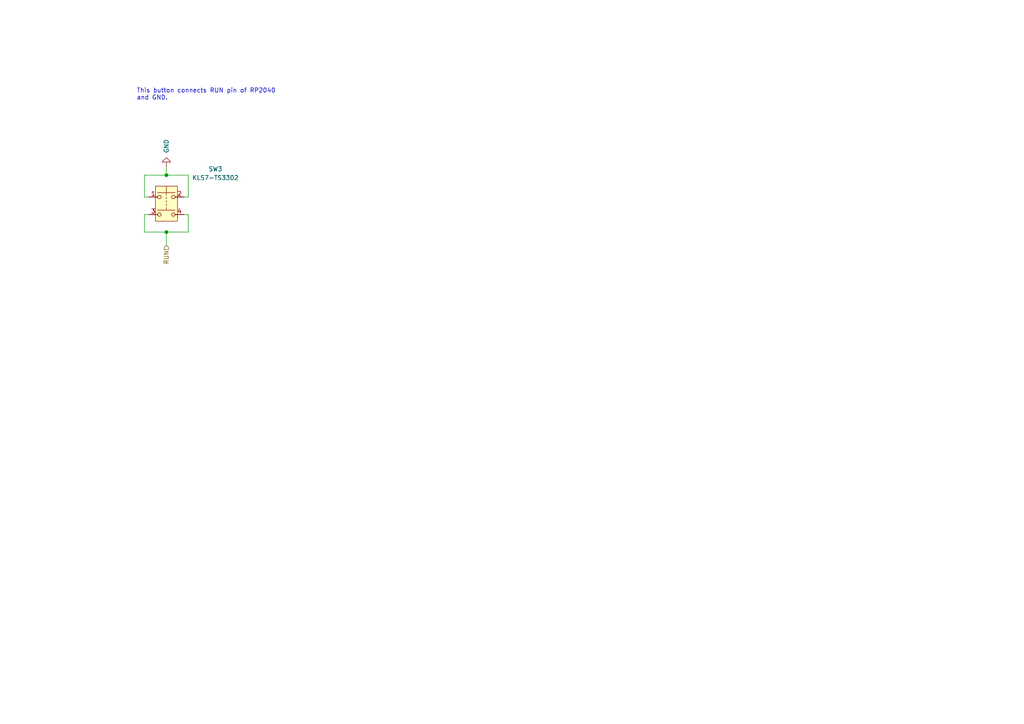
<source format=kicad_sch>
(kicad_sch (version 20231120) (generator "eeschema") (generator_version "8.0")
  (paper "A4")
  (title_block (title "TurboFRANK") (date "2025-02-02") (rev "1.01") (company "Mikhail Matveev") (comment 1 "https://github.com/xtremespb/frank"))
  (lib_symbols
    (symbol "GND_1" (power) (pin_numbers hide) (pin_names (offset 0) hide)
      (property "Value" "GND" (at 0 -3.81 0))
      (symbol "GND_1_0_1"
        (polyline (pts (xy 0 0) (xy 0 -1.27) (xy 1.27 -1.27) (xy 0 -2.54) (xy -1.27 -1.27) (xy 0 -1.27)))
      )
      (symbol "GND_1_1_1"
        (pin power_in line (at 0 0 270) (length 0) (name "~") (number "1"))
      )
    )
    (symbol "Switch:SW_Push_Dual" (pin_names (offset 1.016) hide)
      (property "Reference" "SW" (at 0 7.62 0))
      (property "Value" "SW_Push_Dual" (at 0 -6.35 0))
      (symbol "SW_Push_Dual_0_1"
        (circle (center -2.032 -2.54) (radius 0.508))
        (circle (center -2.032 2.54) (radius 0.508))
        (polyline (pts (xy 0 -0.508) (xy 0 -1.016)))
        (polyline (pts (xy 0 0.508) (xy 0 0)))
        (polyline (pts (xy 0 1.016) (xy 0 1.524)))
        (polyline (pts (xy 0 2.032) (xy 0 2.54)))
        (polyline (pts (xy 0 3.048) (xy 0 3.556)))
        (polyline (pts (xy 0 3.81) (xy 0 5.588)))
        (polyline (pts (xy 2.54 -1.27) (xy -2.54 -1.27)))
        (polyline (pts (xy 2.54 3.81) (xy -2.54 3.81)))
        (circle (center 2.032 -2.54) (radius 0.508))
        (circle (center 2.032 2.54) (radius 0.508))
        (pin passive line (at -5.08 2.54 0) (length 2.54) (name "1") (number "1"))
        (pin passive line (at 5.08 2.54 180) (length 2.54) (name "2") (number "2"))
        (pin passive line (at -5.08 -2.54 0) (length 2.54) (name "3") (number "3"))
        (pin passive line (at 5.08 -2.54 180) (length 2.54) (name "4") (number "4"))
      )
      (symbol "SW_Push_Dual_1_1"
        (rectangle (start -3.175 5.715) (end 3.175 -4.445) (fill (type background)))
      )
    )
  )
  (junction (at 48.26 50.8))
  (junction (at 48.26 67.31))
  (wire (pts (xy 41.91 62.23) (xy 43.18 62.23)))
  (wire (pts (xy 41.91 50.8) (xy 48.26 50.8)))
  (wire (pts (xy 41.91 50.8) (xy 41.91 57.15)))
  (wire (pts (xy 48.26 67.31) (xy 54.61 67.31)))
  (wire (pts (xy 41.91 67.31) (xy 48.26 67.31)))
  (wire (pts (xy 54.61 67.31) (xy 54.61 62.23)))
  (wire (pts (xy 48.26 48.26) (xy 48.26 50.8)))
  (wire (pts (xy 53.34 57.15) (xy 54.61 57.15)))
  (wire (pts (xy 54.61 50.8) (xy 54.61 57.15)))
  (wire (pts (xy 48.26 67.31) (xy 48.26 71.12)))
  (wire (pts (xy 41.91 67.31) (xy 41.91 62.23)))
  (wire (pts (xy 41.91 57.15) (xy 43.18 57.15)))
  (wire (pts (xy 48.26 50.8) (xy 54.61 50.8)))
  (wire (pts (xy 53.34 62.23) (xy 54.61 62.23)))
  (text "This button connects RUN pin of RP2040\nand GND." (at 39.624 27.432 0) (effects (font (size 1.27 1.27)) (justify left)))
  (hierarchical_label "RUN" (shape input) (at 48.26 71.12 270))
  (symbol (lib_id "Switch:SW_Push_Dual") (at 48.26 59.69 0) (unit 1)
    (property "Reference" "SW3" (at 62.484 49.022 0))
    (property "Value" "KLS7-TS3302" (at 62.484 51.562 0))
    (property "Footprint" "FRANK:Button (SMD, 3x3mm)" (effects (hide yes)))
    (property "Datasheet" "https://img.klsele.com/admin/product_upload/20150508135408KLS7-TS3302.pdf" (effects (hide yes)))
    (property "Description" "Push button switch, generic, symbol, four pins" (effects (hide yes)))
    (property "AliExpress" "https://www.aliexpress.com/item/1005007359248990.html" (effects (hide yes)))
  )
  (symbol (lib_name "GND_1") (lib_id "power:GND") (at 48.26 48.26 180) (unit 1)
    (property "Reference" "#PWR068" (effects (hide yes)))
    (property "Value" "GND" (at 48.2601 44.45 90) (effects (justify right)))
    (property "Description" "Power symbol creates a global label with name \"GND\" , ground" (effects (hide yes)))
  )
)
</source>
